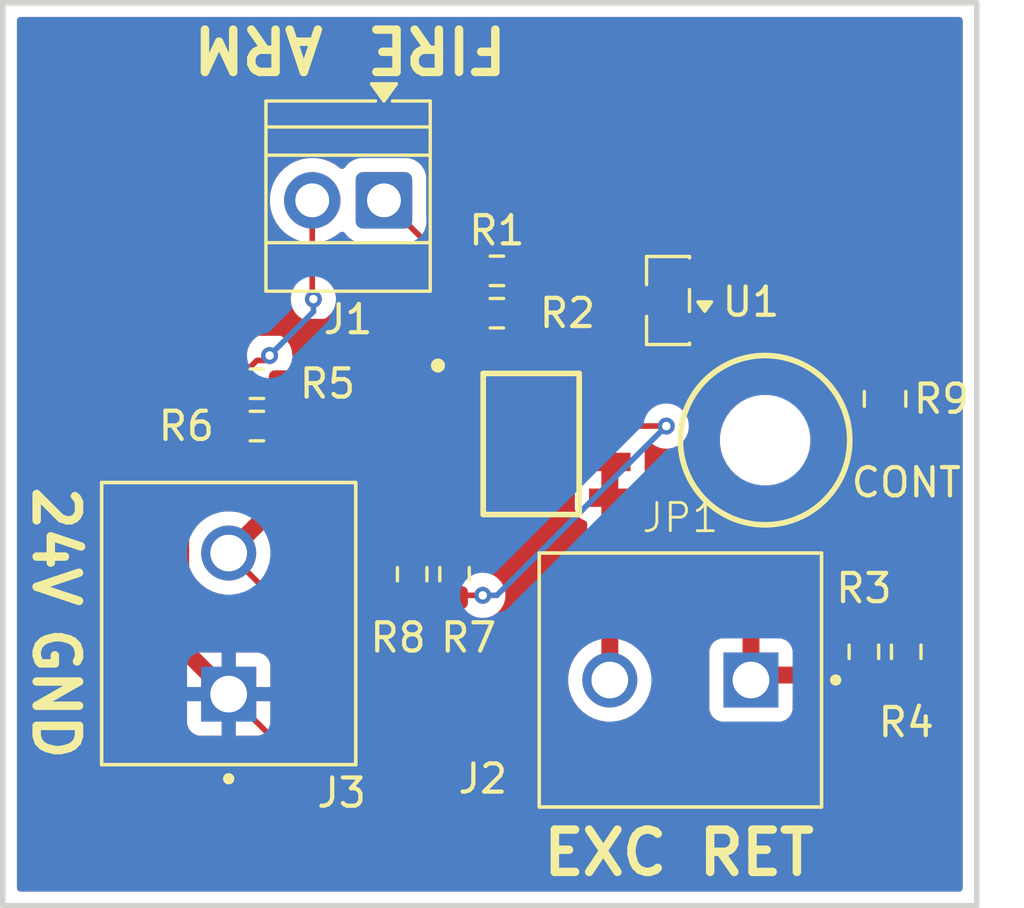
<source format=kicad_pcb>
(kicad_pcb (version 20241229) (generator "pcbnew") (generator_version "9.0")
  (layers (0 "F.Cu" signal) (2 "B.Cu" signal) (13 "F.Paste" user) (15 "B.Paste" user) (5 "F.SilkS" user "F.Silkscreen") (7 "B.SilkS" user "B.Silkscreen") (1 "F.Mask" user) (3 "B.Mask" user) (25 "Edge.Cuts" user))
  (net 0 "")
  (net 1 "Net-(JP1-A)")
  (net 2 "Net-(Q1-Pad7)")
  (net 3 "GND")
  (net 4 "+24V")
  (net 5 "Net-(Q1-Pad2)")
  (net 6 "Net-(U1-G)")
  (net 7 "/pyro_circuit/ARM")
  (net 8 "/pyro_circuit/FIRE")
  (net 9 "/pyro_circuit/EXCITATION")
  (net 10 "/pyro_circuit/EXCITATION_RETURN")
  (net 11 "/pyro_circuit/CONTINUITY")
  (net 12 "/pyro_circuit/POWER_ENABLE")
  (footprint "avi_lib:PHOENIX_1935776" (layer "F.Cu") (at 89.5 61 90)
    (property "Reference" "J3" (at -1 -0.5 180) (layer "F.SilkS"))
    (property "Value" "Screw_Terminal_01x02")
    (fp_line (start 10 -9) (end 0 -9) (stroke (width 0.127)) (layer "F.SilkS"))
    (fp_line (start 0 -9) (end 0 0) (stroke (width 0.127)) (layer "F.SilkS"))
    (fp_line (start 10 0) (end 10 -9) (stroke (width 0.127)) (layer "F.SilkS"))
    (fp_line (start 0 0) (end 10 0) (stroke (width 0.127)) (layer "F.SilkS"))
    (fp_circle (center -0.5 -4.5) (end -0.4 -4.5) (stroke (width 0.2)) (fill no) (layer "F.SilkS"))
    (pad "1" thru_hole rect (at 2.5 -4.5 90) (size 1.95 1.95) (drill 1.3) (layers "*.Cu" "*.Mask") (net 3 "GND"))
    (pad "2" thru_hole circle (at 7.5 -4.5 90) (size 1.95 1.95) (drill 1.3) (layers "*.Cu" "*.Mask") (net 4 "+24V"))
  )
  (footprint "avi_lib:Screw_Shunt" (layer "F.Cu") (at 104 49.5 -90)
    (property "Reference" "JP1" (at 2.75 3 0) (layer "F.SilkS") (effects (font (thickness 0.1))))
    (property "Value" "SCREW_SHUNT")
    (fp_circle (center 0 0) (end 3 0) (stroke (width 0.2)) (fill no) (layer "F.SilkS"))
    (pad "" np_thru_hole circle (at 0 0 270) (size 2.7 2.7) (drill 2.7) (layers "*.Cu" "*.Mask"))
    (pad "1" smd roundrect (at -2.575 0 270) (size 1.85 1) (layers "F.Cu" "F.Mask" "F.Paste") (roundrect_rratio 0.2) (net 1 "Net-(JP1-A)"))
    (pad "2" smd roundrect (at 2.575 0 270) (size 1.85 1) (layers "F.Cu" "F.Mask" "F.Paste") (roundrect_rratio 0.2) (net 10 "/pyro_circuit/EXCITATION_RETURN"))
  )
  (footprint "avi_lib:PG-DSO-8-920-V" (layer "F.Cu") (at 95.715 49.635)
    (property "Reference" "Q1")
    (property "Value" "ISA170230C04LMDS")
    (fp_line (start -1.7 -2.5) (end 1.7 -2.5) (stroke (width 0.2)) (layer "F.SilkS"))
    (fp_line (start -1.7 2.5) (end -1.7 -2.5) (stroke (width 0.2)) (layer "F.SilkS"))
    (fp_line (start -1.7 2.5) (end 1.7 2.5) (stroke (width 0.2)) (layer "F.SilkS"))
    (fp_line (start 1.7 2.5) (end 1.7 -2.5) (stroke (width 0.2)) (layer "F.SilkS"))
    (fp_circle (center -3.302 -2.78) (end -3.177 -2.78) (stroke (width 0.25)) (fill no) (layer "F.SilkS"))
    (pad "1" smd rect (at -2.785 -1.905) (size 1.47 0.65) (layers "F.Cu" "F.Mask") (net 3 "GND"))
    (pad "2" smd rect (at -2.785 -0.635) (size 1.47 0.65) (layers "F.Cu" "F.Mask") (net 5 "Net-(Q1-Pad2)"))
    (pad "3" smd rect (at -2.785 0.635) (size 1.47 0.65) (layers "F.Cu" "F.Mask") (net 4 "+24V"))
    (pad "4" smd rect (at -2.785 1.905) (size 1.47 0.65) (layers "F.Cu" "F.Mask") (net 12 "/pyro_circuit/POWER_ENABLE"))
    (pad "5" smd rect (at 2.785 1.905) (size 1.47 0.65) (layers "F.Cu" "F.Mask") (net 9 "/pyro_circuit/EXCITATION"))
    (pad "6" smd rect (at 2.785 0.635) (size 1.47 0.65) (layers "F.Cu" "F.Mask") (net 9 "/pyro_circuit/EXCITATION"))
    (pad "7" smd rect (at 2.785 -0.635) (size 1.47 0.65) (layers "F.Cu" "F.Mask") (net 2 "Net-(Q1-Pad7)"))
    (pad "8" smd rect (at 2.785 -1.905) (size 1.47 0.65) (layers "F.Cu" "F.Mask") (net 2 "Net-(Q1-Pad7)"))
  )
  (footprint "TerminalBlock:TerminalBlock_Xinya_XY308-2.54-2P_1x02_P2.54mm_Horizontal" (layer "F.Cu") (at 90.5 41 180)
    (property "Reference" "J1" (at 1.27 -4.22 0) (layer "F.SilkS"))
    (property "Value" "Screw_Terminal_01x02")
    (fp_line (start 4.18 3.52) (end 0.3 3.52) (stroke (width 0.12)) (layer "F.SilkS"))
    (fp_line (start 4.18 -3.22) (end 4.18 3.52) (stroke (width 0.12)) (layer "F.SilkS"))
    (fp_line (start -0.3 3.52) (end -1.64 3.52) (stroke (width 0.12)) (layer "F.SilkS"))
    (fp_line (start -1.64 3.52) (end -1.64 -3.22) (stroke (width 0.12)) (layer "F.SilkS"))
    (fp_line (start -1.64 2.6) (end 4.18 2.6) (stroke (width 0.12)) (layer "F.SilkS"))
    (fp_line (start -1.64 1.6) (end 4.18 1.6) (stroke (width 0.12)) (layer "F.SilkS"))
    (fp_line (start -1.64 -1.5) (end 4.18 -1.5) (stroke (width 0.12)) (layer "F.SilkS"))
    (fp_line (start -1.64 -3.22) (end 4.18 -3.22) (stroke (width 0.12)) (layer "F.SilkS"))
    (fp_poly (pts (xy 0 3.52) (xy 0.44 4.13) (xy -0.44 4.13)) (stroke (width 0.12)) (fill yes) (layer "F.SilkS"))
    (pad "1" thru_hole roundrect (at 0 0 180) (size 2 2) (drill 1.2) (layers "*.Cu" "*.Mask") (roundrect_rratio 0.125) (net 8 "/pyro_circuit/FIRE"))
    (pad "2" thru_hole circle (at 2.54 0 180) (size 2 2) (drill 1.2) (layers "*.Cu" "*.Mask") (net 7 "/pyro_circuit/ARM"))
  )
  (footprint "Resistor_SMD:R_0603_1608Metric" (layer "F.Cu") (at 94.5 45 180)
    (property "Reference" "R2" (at -2.5 0 0) (layer "F.SilkS"))
    (property "Value" "1k")
    (fp_line (start -0.237258 0.5225) (end 0.237258 0.5225) (stroke (width 0.12)) (layer "F.SilkS"))
    (fp_line (start -0.237258 -0.5225) (end 0.237258 -0.5225) (stroke (width 0.12)) (layer "F.SilkS"))
    (pad "1" smd roundrect (at -0.825 0 180) (size 0.8 0.95) (layers "F.Cu" "F.Mask" "F.Paste") (net 6 "Net-(U1-G)"))
    (pad "2" smd roundrect (at 0.825 0 180) (size 0.8 0.95) (layers "F.Cu" "F.Mask" "F.Paste") (net 3 "GND"))
  )
  (footprint "Package_TO_SOT_SMD:SOT-23" (layer "F.Cu") (at 100.5625 44.55 180)
    (property "Reference" "U1" (at -2.9375 -0.05 180) (layer "F.SilkS"))
    (property "Value" "IRLML6344TRPBF")
    (fp_line (start 0.76 1.56) (end -0.76 1.56) (stroke (width 0.12)) (layer "F.SilkS"))
    (fp_line (start 0.76 0.56) (end 0.76 1.56) (stroke (width 0.12)) (layer "F.SilkS"))
    (fp_line (start 0.76 -1.56) (end 0.76 -0.56) (stroke (width 0.12)) (layer "F.SilkS"))
    (fp_line (start -0.76 1.56) (end -0.76 1.51) (stroke (width 0.12)) (layer "F.SilkS"))
    (fp_line (start -0.76 0.39) (end -0.76 -0.39) (stroke (width 0.12)) (layer "F.SilkS"))
    (fp_line (start -0.76 -1.51) (end -0.76 -1.56) (stroke (width 0.12)) (layer "F.SilkS"))
    (fp_line (start -0.76 -1.56) (end 0.76 -1.56) (stroke (width 0.12)) (layer "F.SilkS"))
    (fp_poly (pts (xy -1.3 -0.38) (xy -1.06 -0.05) (xy -1.54 -0.05)) (stroke (width 0.12)) (fill yes) (layer "F.SilkS"))
    (pad "1" smd roundrect (at -0.9375 -0.95 180) (size 1.475 0.6) (layers "F.Cu" "F.Mask" "F.Paste") (net 1 "Net-(JP1-A)"))
    (pad "2" smd roundrect (at -0.9375 0.95 180) (size 1.475 0.6) (layers "F.Cu" "F.Mask" "F.Paste") (net 6 "Net-(U1-G)"))
    (pad "3" smd roundrect (at 0.9375 0 180) (size 1.475 0.6) (layers "F.Cu" "F.Mask" "F.Paste") (net 3 "GND"))
  )
  (footprint "Resistor_SMD:R_0603_1608Metric" (layer "F.Cu") (at 91.5 54.25 -90)
    (property "Reference" "R8" (at 2.25 0.5 180) (layer "F.SilkS"))
    (property "Value" "1k")
    (fp_line (start -0.237258 0.5225) (end 0.237258 0.5225) (stroke (width 0.12)) (layer "F.SilkS"))
    (fp_line (start -0.237258 -0.5225) (end 0.237258 -0.5225) (stroke (width 0.12)) (layer "F.SilkS"))
    (pad "1" smd roundrect (at -0.825 0 270) (size 0.8 0.95) (layers "F.Cu" "F.Mask" "F.Paste") (net 12 "/pyro_circuit/POWER_ENABLE"))
    (pad "2" smd roundrect (at 0.825 0 270) (size 0.8 0.95) (layers "F.Cu" "F.Mask" "F.Paste") (net 4 "+24V"))
  )
  (footprint "Resistor_SMD:R_0603_1608Metric" (layer "F.Cu") (at 93 54.25 90)
    (property "Reference" "R7" (at -2.25 0.5 0) (layer "F.SilkS"))
    (property "Value" "2k")
    (fp_line (start -0.237258 -0.5225) (end 0.237258 -0.5225) (stroke (width 0.12)) (layer "F.SilkS"))
    (fp_line (start -0.237258 0.5225) (end 0.237258 0.5225) (stroke (width 0.12)) (layer "F.SilkS"))
    (pad "1" smd roundrect (at -0.825 0 90) (size 0.8 0.95) (layers "F.Cu" "F.Mask" "F.Paste") (net 2 "Net-(Q1-Pad7)"))
    (pad "2" smd roundrect (at 0.825 0 90) (size 0.8 0.95) (layers "F.Cu" "F.Mask" "F.Paste") (net 12 "/pyro_circuit/POWER_ENABLE"))
  )
  (footprint "Resistor_SMD:R_0603_1608Metric" (layer "F.Cu") (at 109 57 -90)
    (property "Reference" "R4" (at 2.5 0 180) (layer "F.SilkS"))
    (property "Value" "1k")
    (fp_line (start -0.237258 0.5225) (end 0.237258 0.5225) (stroke (width 0.12)) (layer "F.SilkS"))
    (fp_line (start -0.237258 -0.5225) (end 0.237258 -0.5225) (stroke (width 0.12)) (layer "F.SilkS"))
    (pad "1" smd roundrect (at -0.825 0 270) (size 0.8 0.95) (layers "F.Cu" "F.Mask" "F.Paste") (net 11 "/pyro_circuit/CONTINUITY"))
    (pad "2" smd roundrect (at 0.825 0 270) (size 0.8 0.95) (layers "F.Cu" "F.Mask" "F.Paste") (net 3 "GND"))
  )
  (footprint "Resistor_SMD:R_0603_1608Metric" (layer "F.Cu") (at 94.5 43.5)
    (property "Reference" "R1" (at 0 -1.43 0) (layer "F.SilkS"))
    (property "Value" "100")
    (fp_line (start -0.237258 -0.5225) (end 0.237258 -0.5225) (stroke (width 0.12)) (layer "F.SilkS"))
    (fp_line (start -0.237258 0.5225) (end 0.237258 0.5225) (stroke (width 0.12)) (layer "F.SilkS"))
    (pad "1" smd roundrect (at -0.825 0) (size 0.8 0.95) (layers "F.Cu" "F.Mask" "F.Paste") (net 8 "/pyro_circuit/FIRE"))
    (pad "2" smd roundrect (at 0.825 0) (size 0.8 0.95) (layers "F.Cu" "F.Mask" "F.Paste") (net 6 "Net-(U1-G)"))
  )
  (footprint "Resistor_SMD:R_0603_1608Metric" (layer "F.Cu") (at 107.5 57 90)
    (property "Reference" "R3" (at 2.25 0 180) (layer "F.SilkS"))
    (property "Value" "4k")
    (fp_line (start -0.237258 -0.5225) (end 0.237258 -0.5225) (stroke (width 0.12)) (layer "F.SilkS"))
    (fp_line (start -0.237258 0.5225) (end 0.237258 0.5225) (stroke (width 0.12)) (layer "F.SilkS"))
    (pad "1" smd roundrect (at -0.825 0 90) (size 0.8 0.95) (layers "F.Cu" "F.Mask" "F.Paste") (net 10 "/pyro_circuit/EXCITATION_RETURN"))
    (pad "2" smd roundrect (at 0.825 0 90) (size 0.8 0.95) (layers "F.Cu" "F.Mask" "F.Paste") (net 11 "/pyro_circuit/CONTINUITY"))
  )
  (footprint "Resistor_SMD:R_0603_1608Metric" (layer "F.Cu") (at 86 49 180)
    (property "Reference" "R6" (at 2.5 0 0) (layer "F.SilkS"))
    (property "Value" "1k")
    (fp_line (start -0.237258 0.5225) (end 0.237258 0.5225) (stroke (width 0.12)) (layer "F.SilkS"))
    (fp_line (start -0.237258 -0.5225) (end 0.237258 -0.5225) (stroke (width 0.12)) (layer "F.SilkS"))
    (pad "1" smd roundrect (at -0.825 0 180) (size 0.8 0.95) (layers "F.Cu" "F.Mask" "F.Paste") (net 5 "Net-(Q1-Pad2)"))
    (pad "2" smd roundrect (at 0.825 0 180) (size 0.8 0.95) (layers "F.Cu" "F.Mask" "F.Paste") (net 3 "GND"))
  )
  (footprint "Resistor_SMD:R_0603_1608Metric" (layer "F.Cu") (at 86 47.5)
    (property "Reference" "R5" (at 2.5 0 0) (layer "F.SilkS"))
    (property "Value" "100")
    (fp_line (start -0.237258 -0.5225) (end 0.237258 -0.5225) (stroke (width 0.12)) (layer "F.SilkS"))
    (fp_line (start -0.237258 0.5225) (end 0.237258 0.5225) (stroke (width 0.12)) (layer "F.SilkS"))
    (pad "1" smd roundrect (at -0.825 0) (size 0.8 0.95) (layers "F.Cu" "F.Mask" "F.Paste") (net 7 "/pyro_circuit/ARM"))
    (pad "2" smd roundrect (at 0.825 0) (size 0.8 0.95) (layers "F.Cu" "F.Mask" "F.Paste") (net 5 "Net-(Q1-Pad2)"))
  )
  (footprint "avi_lib:PHOENIX_1935776" (layer "F.Cu") (at 106 53.5 180)
    (property "Reference" "J2" (at 12 -8 0) (layer "F.SilkS"))
    (property "Value" "Screw_Terminal_01x02")
    (fp_line (start 10 0) (end 10 -9) (stroke (width 0.127)) (layer "F.SilkS"))
    (fp_line (start 10 -9) (end 0 -9) (stroke (width 0.127)) (layer "F.SilkS"))
    (fp_line (start 0 0) (end 10 0) (stroke (width 0.127)) (layer "F.SilkS"))
    (fp_line (start 0 -9) (end 0 0) (stroke (width 0.127)) (layer "F.SilkS"))
    (fp_circle (center -0.5 -4.5) (end -0.4 -4.5) (stroke (width 0.2)) (fill no) (layer "F.SilkS"))
    (pad "1" thru_hole rect (at 2.5 -4.5 180) (size 1.95 1.95) (drill 1.3) (layers "*.Cu" "*.Mask") (net 10 "/pyro_circuit/EXCITATION_RETURN"))
    (pad "2" thru_hole circle (at 7.5 -4.5 180) (size 1.95 1.95) (drill 1.3) (layers "*.Cu" "*.Mask") (net 9 "/pyro_circuit/EXCITATION"))
  )
  (footprint "Capacitor_SMD:C_0805_2012Metric_Pad1.18x1.45mm_HandSolder" (layer "F.Cu") (at 108.25 48.0375 90)
    (property "Reference" "R9" (at 0 2 180) (layer "F.SilkS"))
    (property "Value" "0")
    (fp_line (start -0.261252 -0.735) (end 0.261252 -0.735) (stroke (width 0.12)) (layer "F.SilkS"))
    (fp_line (start -0.261252 0.735) (end 0.261252 0.735) (stroke (width 0.12)) (layer "F.SilkS"))
    (pad "1" smd roundrect (at -1.0375 0 90) (size 1.175 1.45) (layers "F.Cu" "F.Mask" "F.Paste") (roundrect_rratio 0.212766) (net 10 "/pyro_circuit/EXCITATION_RETURN"))
    (pad "2" smd roundrect (at 1.0375 0 90) (size 1.175 1.45) (layers "F.Cu" "F.Mask" "F.Paste") (roundrect_rratio 0.212766) (net 1 "Net-(JP1-A)"))
  )
  (gr_circle (center 109 52.5) (end 109.25 53) (stroke (width 0.2)) (fill yes) (layers "F.Cu" "F.Mask") (net 11))
  (gr_rect (start 77 34) (end 111.5 66) (stroke (width 0.2)) (fill no) (layer "Edge.Cuts"))
  (gr_text "FIRE" (at 95 34.75 180) (layer "F.SilkS") (effects (font (size 1.5 1.5) (thickness 0.3) (bold yes)) (justify left bottom)))
  (gr_text "RET" (at 101.5 65 0) (layer "F.SilkS") (effects (font (size 1.5 1.5) (thickness 0.3) (bold yes)) (justify left bottom)))
  (gr_text "24V" (at 78 51 270) (layer "F.SilkS") (effects (font (size 1.5 1.5) (thickness 0.3) (bold yes)) (justify left bottom)))
  (gr_text "ARM" (at 88.5 34.75 180) (layer "F.SilkS") (effects (font (size 1.5 1.5) (thickness 0.3) (bold yes)) (justify left bottom)))
  (gr_text "EXC" (at 96 65 0) (layer "F.SilkS") (effects (font (size 1.5 1.5) (thickness 0.3) (bold yes)) (justify left bottom)))
  (gr_text "CONT" (at 109 51 0) (layer "F.SilkS") (effects (font (size 1 1))))
  (gr_text "GND" (at 78 56 270) (layer "F.SilkS") (effects (font (size 1.5 1.5) (thickness 0.3) (bold yes)) (justify left bottom)))
  (segment (start 108.175 46.925) (end 108.25 47) (width 0.6) (layer "F.Cu") (net 1))
  (segment (start 101.5 45.5) (end 102.575 45.5) (width 0.6) (layer "F.Cu") (net 1))
  (segment (start 104 46.925) (end 108.175 46.925) (width 0.6) (layer "F.Cu") (net 1))
  (segment (start 102.575 45.5) (end 104 46.925) (width 0.6) (layer "F.Cu") (net 1))
  (segment (start 93.075 55) (end 93 55.075) (width 0.2) (layer "F.Cu") (net 2))
  (segment (start 94 55) (end 93.075 55) (width 0.2) (layer "F.Cu") (net 2))
  (segment (start 98.5 47.73) (end 98.5 49) (width 0.2) (layer "F.Cu") (net 2))
  (segment (start 98.5 49) (end 100.5 49) (width 0.2) (layer "F.Cu") (net 2))
  (via (at 100.5 49) (size 0.6) (drill 0.3) (layers "F.Cu" "B.Cu") (net 2))
  (via (at 94 55) (size 0.6) (drill 0.3) (layers "F.Cu" "B.Cu") (net 2))
  (segment (start 94.5 55) (end 94 55) (width 0.2) (layer "B.Cu") (net 2))
  (segment (start 100.5 49) (end 95 54.5) (width 0.2) (layer "B.Cu") (net 2))
  (segment (start 95 54.5) (end 94.5 55) (width 0.2) (layer "B.Cu") (net 2))
  (segment (start 82 48) (end 84.5 45.5) (width 0.6) (layer "F.Cu") (net 3))
  (segment (start 86.5 60) (end 85 58.5) (width 0.2) (layer "F.Cu") (net 3))
  (segment (start 85 58.5) (end 82 55.5) (width 0.6) (layer "F.Cu") (net 3))
  (segment (start 109 57.825) (end 106.825 60) (width 0.2) (layer "F.Cu") (net 3))
  (segment (start 85 58.5) (end 83.5 57) (width 0.2) (layer "F.Cu") (net 3))
  (segment (start 83.5 57) (end 83.5 50.675) (width 0.2) (layer "F.Cu") (net 3))
  (segment (start 97.95 44.55) (end 94.77 47.73) (width 0.6) (layer "F.Cu") (net 3))
  (segment (start 94.77 47.73) (end 93.5 47.73) (width 0.6) (layer "F.Cu") (net 3))
  (segment (start 99.625 44.55) (end 97.95 44.55) (width 0.6) (layer "F.Cu") (net 3))
  (segment (start 84.5 45.5) (end 90.7 45.5) (width 0.6) (layer "F.Cu") (net 3))
  (segment (start 93.5 47.73) (end 92.93 47.73) (width 0.6) (layer "F.Cu") (net 3))
  (segment (start 82 55.5) (end 82 48) (width 0.6) (layer "F.Cu") (net 3))
  (segment (start 106.825 60) (end 86.5 60) (width 0.2) (layer "F.Cu") (net 3))
  (segment (start 93.675 47.555) (end 93.5 47.73) (width 0.2) (layer "F.Cu") (net 3))
  (segment (start 90.7 45.5) (end 92.93 47.73) (width 0.6) (layer "F.Cu") (net 3))
  (segment (start 83.5 50.675) (end 85.175 49) (width 0.2) (layer "F.Cu") (net 3))
  (segment (start 93.675 45) (end 93.675 47.555) (width 0.2) (layer "F.Cu") (net 3))
  (segment (start 85 53.5) (end 88.23 50.27) (width 0.6) (layer "F.Cu") (net 4))
  (segment (start 86.575 55.075) (end 85 53.5) (width 0.2) (layer "F.Cu") (net 4))
  (segment (start 91.5 55.075) (end 86.575 55.075) (width 0.2) (layer "F.Cu") (net 4))
  (segment (start 88.23 50.27) (end 92.93 50.27) (width 0.6) (layer "F.Cu") (net 4))
  (segment (start 86.825 49) (end 86.825 47.5) (width 0.2) (layer "F.Cu") (net 5))
  (segment (start 92.93 49) (end 86.825 49) (width 0.2) (layer "F.Cu") (net 5))
  (segment (start 95.325 43.5) (end 95.325 45) (width 0.2) (layer "F.Cu") (net 6))
  (segment (start 101.5 43.6) (end 95.425 43.6) (width 0.2) (layer "F.Cu") (net 6))
  (segment (start 95.425 43.6) (end 95.325 43.5) (width 0.2) (layer "F.Cu") (net 6))
  (segment (start 86.275183 46.675) (end 86 46.675) (width 0.2) (layer "F.Cu") (net 7))
  (segment (start 86 46.675) (end 85.175 47.5) (width 0.2) (layer "F.Cu") (net 7))
  (segment (start 86.450183 46.5) (end 86.275183 46.675) (width 0.2) (layer "F.Cu") (net 7))
  (segment (start 87.96 44.46) (end 88 44.5) (width 0.2) (layer "F.Cu") (net 7))
  (segment (start 87.96 41) (end 87.96 44.46) (width 0.2) (layer "F.Cu") (net 7))
  (via (at 86.450183 46.5) (size 0.6) (drill 0.3) (layers "F.Cu" "B.Cu") (net 7))
  (via (at 88 44.5) (size 0.6) (drill 0.3) (layers "F.Cu" "B.Cu") (net 7))
  (segment (start 88 44.950183) (end 88 44.5) (width 0.2) (layer "B.Cu") (net 7))
  (segment (start 86.450183 46.5) (end 88 44.950183) (width 0.2) (layer "B.Cu") (net 7))
  (segment (start 93.675 43.5) (end 93 43.5) (width 0.2) (layer "F.Cu") (net 8))
  (segment (start 93 43.5) (end 90.5 41) (width 0.2) (layer "F.Cu") (net 8))
  (segment (start 98.5 50.27) (end 98.5 51.54) (width 0.6) (layer "F.Cu") (net 9))
  (segment (start 98.5 51.54) (end 98.5 58) (width 0.6) (layer "F.Cu") (net 9))
  (segment (start 103.5 58) (end 103.5 52.575) (width 0.6) (layer "F.Cu") (net 10))
  (segment (start 108.25 50) (end 108.25 49.075) (width 0.6) (layer "F.Cu") (net 10))
  (segment (start 106.175 52.075) (end 108.25 50) (width 0.6) (layer "F.Cu") (net 10))
  (segment (start 103.675 57.825) (end 103.5 58) (width 0.6) (layer "F.Cu") (net 10))
  (segment (start 103.5 52.575) (end 104 52.075) (width 0.6) (layer "F.Cu") (net 10))
  (segment (start 107.5 57.825) (end 103.675 57.825) (width 0.6) (layer "F.Cu") (net 10))
  (segment (start 104 52.075) (end 106.175 52.075) (width 0.6) (layer "F.Cu") (net 10))
  (segment (start 109 56.175) (end 107.5 56.175) (width 0.2) (layer "F.Cu") (net 11))
  (segment (start 109 56.175) (end 109 53) (width 0.2) (layer "F.Cu") (net 11))
  (segment (start 91.5 53.425) (end 93 53.425) (width 0.2) (layer "F.Cu") (net 12))
  (segment (start 93 51.61) (end 92.93 51.54) (width 0.2) (layer "F.Cu") (net 12))
  (segment (start 93 53.425) (end 93 51.61) (width 0.2) (layer "F.Cu") (net 12))
  (zone (net 3) (net_name "GND") (layers "F.Cu" "B.Cu") (connect_pads (clearance 0.5)) (min_thickness 0.25) (fill yes (thermal_gap 0.5) (thermal_bridge_width 0.5) (smoothing chamfer) (radius 0.2))
    (polygon (pts (xy 77 34) (xy 111.5 34) (xy 111.5 66) (xy 77 66)))
  )
)
</source>
